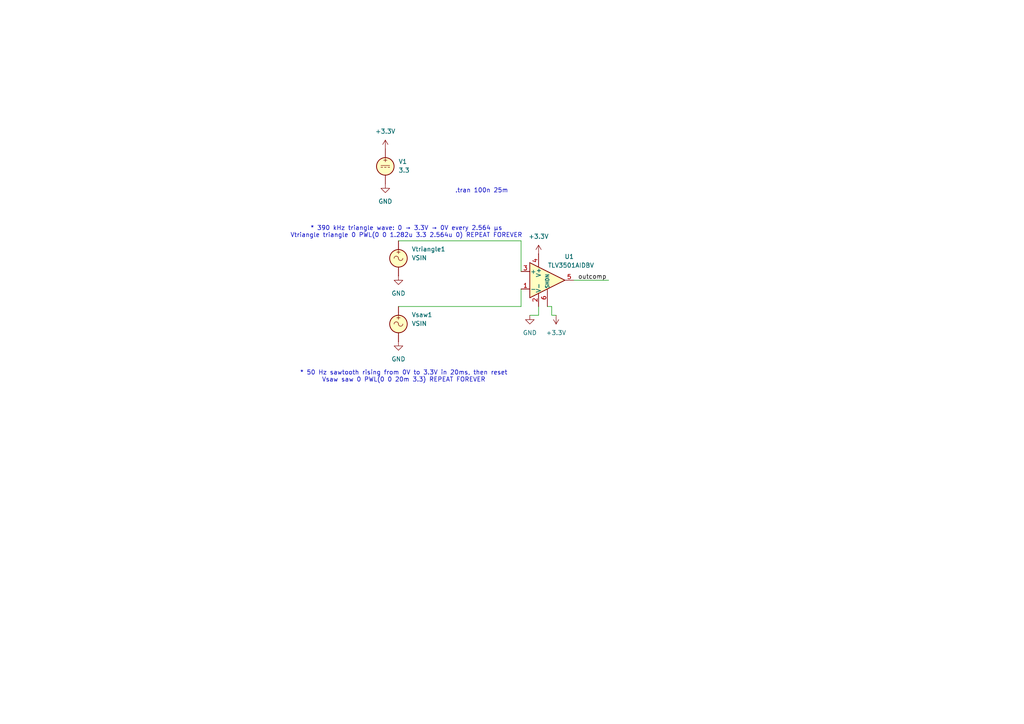
<source format=kicad_sch>
(kicad_sch (version 20250114) (generator "eeschema") (generator_version "9.0")
  (paper "A4")
  (lib_symbols
    (symbol "Comparator:TLV3501AIDBV" (pin_names (offset 0.127))
      (property "Reference" "U" (at 3.81 -5.08 0))
      (property "Value" "TLV3501AIDBV" (at 3.81 -7.62 0))
      (symbol "TLV3501AIDBV_1_1"
        (polyline (pts (xy -5.08 5.08) (xy 5.08 0) (xy -5.08 -5.08) (xy -5.08 5.08)) (stroke (width 0.254)) (fill (type background)))
        (pin input line (at -7.62 2.54 0) (length 2.54) (name "+") (number "3"))
        (pin input line (at -7.62 -2.54 0) (length 2.54) (name "-") (number "1"))
        (pin power_in line (at -2.54 7.62 270) (length 3.81) (name "V+") (number "4"))
        (pin power_in line (at -2.54 -7.62 90) (length 3.81) (name "V-") (number "2"))
        (pin input line (at 0 -7.62 90) (length 5.08) (name "SHDN") (number "6"))
        (pin output line (at 7.62 0 180) (length 2.54) (name "~") (number "5"))
      )
    )
    (symbol "Simulation_SPICE:VDC" (pin_numbers (hide yes)) (pin_names (offset 0.0254))
      (property "Reference" "V" (at 2.54 2.54 0))
      (property "Value" "1" (at 2.54 0 0))
      (symbol "VDC_0_0"
        (polyline (pts (xy -1.27 0.254) (xy 1.27 0.254)))
        (polyline (pts (xy -0.762 -0.254) (xy -1.27 -0.254)))
        (polyline (pts (xy 0.254 -0.254) (xy -0.254 -0.254)))
        (polyline (pts (xy 1.27 -0.254) (xy 0.762 -0.254)))
        (text "+" (at 0 1.905 0) (effects (font (size 1.27 1.27))))
      )
      (symbol "VDC_0_1"
        (circle (center 0 0) (radius 2.54) (stroke (width 0.254)) (fill (type background)))
      )
      (symbol "VDC_1_1"
        (pin passive line (at 0 5.08 270) (length 2.54) (name "~") (number "1"))
        (pin passive line (at 0 -5.08 90) (length 2.54) (name "~") (number "2"))
      )
    )
    (symbol "Simulation_SPICE:VSIN" (pin_numbers (hide yes)) (pin_names (offset 0.0254))
      (property "Reference" "V" (at 2.54 2.54 0))
      (property "Value" "VSIN" (at 2.54 0 0))
      (property "Sim.Params" "dc=0 ampl=1 f=1k ac=1" (at 2.54 -2.54 0))
      (symbol "VSIN_0_0"
        (arc (start -1.27 0) (mid -0.635 0.6323) (end 0 0))
        (arc (start 1.27 0) (mid 0.635 -0.6323) (end 0 0))
        (text "+" (at 0 1.905 0) (effects (font (size 1.27 1.27))))
      )
      (symbol "VSIN_0_1"
        (circle (center 0 0) (radius 2.54) (stroke (width 0.254)) (fill (type background)))
      )
      (symbol "VSIN_1_1"
        (pin passive line (at 0 5.08 270) (length 2.54) (name "~") (number "1"))
        (pin passive line (at 0 -5.08 90) (length 2.54) (name "~") (number "2"))
      )
    )
    (symbol "power:+3.3V" (power) (pin_numbers (hide yes)) (pin_names (offset 0) (hide yes))
      (property "Value" "+3.3V" (at 0 3.556 0))
      (symbol "+3.3V_0_1"
        (polyline (pts (xy -0.762 1.27) (xy 0 2.54)))
        (polyline (pts (xy 0 2.54) (xy 0.762 1.27)))
        (polyline (pts (xy 0 0) (xy 0 2.54)))
      )
      (symbol "+3.3V_1_1"
        (pin power_in line (at 0 0 90) (length 0) (name "~") (number "1"))
      )
    )
    (symbol "power:GND" (power) (pin_numbers (hide yes)) (pin_names (offset 0) (hide yes))
      (property "Value" "GND" (at 0 -3.81 0))
      (symbol "GND_0_1"
        (polyline (pts (xy 0 0) (xy 0 -1.27) (xy 1.27 -1.27) (xy 0 -2.54) (xy -1.27 -1.27) (xy 0 -1.27)))
      )
      (symbol "GND_1_1"
        (pin power_in line (at 0 0 270) (length 0) (name "~") (number "1"))
      )
    )
  )
  (text ".tran 100n 25m\n" (at 139.7 55.372 0) (effects (font (size 1.27 1.27))))
  (text "* 390 kHz triangle wave: 0 → 3.3V → 0V every 2.564 µs\nVtriangle triangle 0 PWL(0 0 1.282u 3.3 2.564u 0) REPEAT FOREVER\n" (at 117.856 67.31 0) (effects (font (size 1.27 1.27))))
  (text "* 50 Hz sawtooth rising from 0V to 3.3V in 20ms, then reset\nVsaw saw 0 PWL(0 0 20m 3.3) REPEAT FOREVER\n" (at 117.094 109.22 0) (effects (font (size 1.27 1.27))))
  (wire (pts (xy 160.02 91.44) (xy 160.02 88.9)))
  (wire (pts (xy 153.67 91.44) (xy 156.21 91.44)))
  (wire (pts (xy 166.37 81.28) (xy 176.53 81.28)))
  (wire (pts (xy 156.21 91.44) (xy 156.21 88.9)))
  (wire (pts (xy 115.57 88.9) (xy 151.13 88.9)))
  (wire (pts (xy 151.13 69.85) (xy 151.13 78.74)))
  (wire (pts (xy 151.13 88.9) (xy 151.13 83.82)))
  (wire (pts (xy 161.29 91.44) (xy 160.02 91.44)))
  (wire (pts (xy 160.02 88.9) (xy 158.75 88.9)))
  (wire (pts (xy 115.57 69.85) (xy 151.13 69.85)))
  (label "outcomp" (at 167.64 81.28 0))
  (symbol (lib_id "power:GND") (at 153.67 91.44 0) (unit 1)
    (property "Reference" "#PWR05" (effects (hide yes)))
    (property "Value" "GND" (at 153.67 96.52 0))
    (property "Description" "Power symbol creates a global label with name \"GND\" , ground" (effects (hide yes)))
  )
  (symbol (lib_id "power:GND") (at 115.57 80.01 0) (unit 1)
    (property "Reference" "#PWR04" (effects (hide yes)))
    (property "Value" "GND" (at 115.57 85.09 0))
    (property "Description" "Power symbol creates a global label with name \"GND\" , ground" (effects (hide yes)))
  )
  (symbol (lib_id "power:+3.3V") (at 156.21 73.66 0) (unit 1)
    (property "Reference" "#PWR03" (effects (hide yes)))
    (property "Value" "+3.3V" (at 156.21 68.58 0))
    (property "Description" "Power symbol creates a global label with name \"+3.3V\"" (effects (hide yes)))
  )
  (symbol (lib_id "Simulation_SPICE:VDC") (at 111.76 48.26 0) (unit 1)
    (property "Reference" "V1" (at 115.57 46.8601 0) (effects (justify left)))
    (property "Value" "3.3" (at 115.57 49.4001 0) (effects (justify left)))
    (property "Datasheet" "https://ngspice.sourceforge.io/docs/ngspice-html-manual/manual.xhtml#sec_Independent_Sources_for" (effects (hide yes)))
    (property "Description" "Voltage source, DC" (effects (hide yes)))
    (property "Sim.Pins" "1=+ 2=-" (effects (hide yes)))
    (property "Sim.Type" "DC" (effects (hide yes)))
    (property "Sim.Device" "V" (effects (hide yes)))
  )
  (symbol (lib_id "Simulation_SPICE:VSIN") (at 115.57 74.93 0) (unit 1)
    (property "Reference" "Vtriangle1" (at 119.38 72.2601 0) (effects (justify left)))
    (property "Value" "VSIN" (at 119.38 74.8001 0) (effects (justify left)))
    (property "Datasheet" "https://ngspice.sourceforge.io/docs/ngspice-html-manual/manual.xhtml#sec_Independent_Sources_for" (effects (hide yes)))
    (property "Description" "Voltage source, sinusoidal" (effects (hide yes)))
    (property "Sim.Device" "SPICE" (effects (hide yes)))
  )
  (symbol (lib_id "power:+3.3V") (at 161.29 91.44 180) (unit 1)
    (property "Reference" "#PWR06" (effects (hide yes)))
    (property "Value" "+3.3V" (at 161.29 96.52 0))
    (property "Description" "Power symbol creates a global label with name \"+3.3V\"" (effects (hide yes)))
  )
  (symbol (lib_id "Comparator:TLV3501AIDBV") (at 158.75 81.28 0) (unit 1)
    (property "Reference" "U1" (at 165.1 74.422 0))
    (property "Value" "TLV3501AIDBV" (at 165.608 76.962 0))
    (property "Footprint" "Package_TO_SOT_SMD:SOT-23-6" (effects (hide yes)))
    (property "Datasheet" "https://www.ti.com/lit/ds/symlink/tlv3501.pdf" (effects (hide yes)))
    (property "Description" "High-Speed Comparator, 4.5-ns, Rail-to-Rail, Push-Pull CMOS Output, SOT-23-6" (effects (hide yes)))
    (property "Sim.Library" "C:\\Users\\Mads2\\Projects\\DTU\\Oscilloscope\\docs\\Kicad\\Spice_Models\\TLV3501\\tlv3501.lib" (effects (hide yes)))
    (property "Sim.Name" "TLV3501" (effects (hide yes)))
    (property "Sim.Device" "SUBCKT" (effects (hide yes)))
    (property "Sim.Pins" "1=IN- 2=V- 3=IN+ 4=V+ 5=OUT 6=SHDN" (effects (hide yes)))
  )
  (symbol (lib_id "power:GND") (at 111.76 53.34 0) (unit 1)
    (property "Reference" "#PWR02" (effects (hide yes)))
    (property "Value" "GND" (at 111.76 58.42 0))
    (property "Description" "Power symbol creates a global label with name \"GND\" , ground" (effects (hide yes)))
  )
  (symbol (lib_id "power:GND") (at 115.57 99.06 0) (unit 1)
    (property "Reference" "#PWR07" (effects (hide yes)))
    (property "Value" "GND" (at 115.57 104.14 0))
    (property "Description" "Power symbol creates a global label with name \"GND\" , ground" (effects (hide yes)))
  )
  (symbol (lib_id "Simulation_SPICE:VSIN") (at 115.57 93.98 0) (unit 1)
    (property "Reference" "Vsaw1" (at 119.38 91.3101 0) (effects (justify left)))
    (property "Value" "VSIN" (at 119.38 93.8501 0) (effects (justify left)))
    (property "Datasheet" "https://ngspice.sourceforge.io/docs/ngspice-html-manual/manual.xhtml#sec_Independent_Sources_for" (effects (hide yes)))
    (property "Description" "Voltage source, sinusoidal" (effects (hide yes)))
    (property "Sim.Device" "SPICE" (effects (hide yes)))
  )
  (symbol (lib_id "power:+3.3V") (at 111.76 43.18 0) (unit 1)
    (property "Reference" "#PWR01" (effects (hide yes)))
    (property "Value" "+3.3V" (at 111.76 38.1 0))
    (property "Description" "Power symbol creates a global label with name \"+3.3V\"" (effects (hide yes)))
  )
)
</source>
